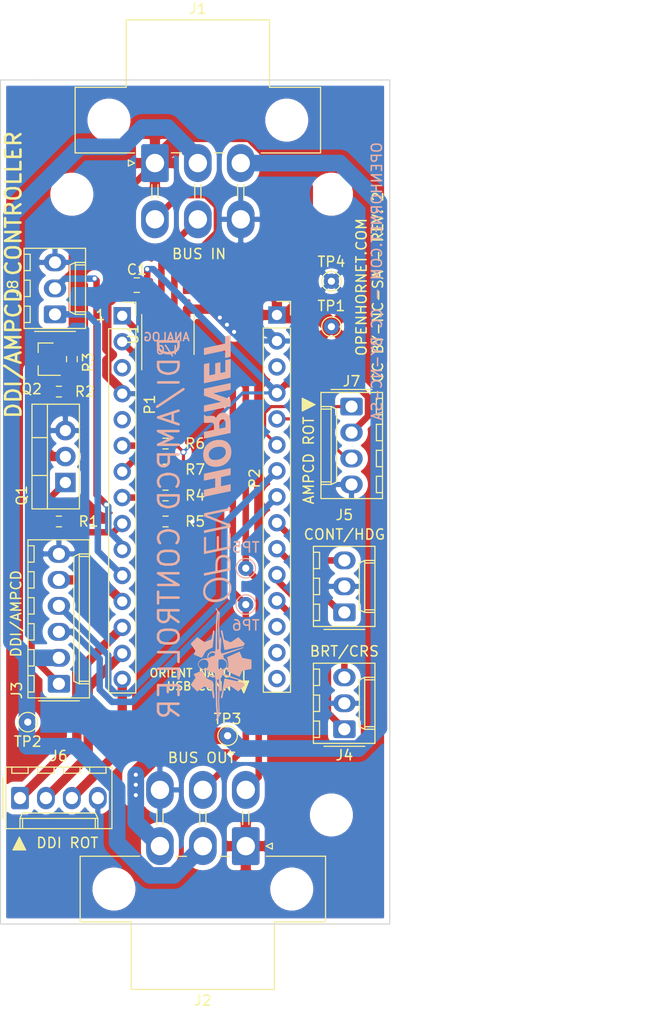
<source format=kicad_pcb>
(kicad_pcb (version 20171130) (host pcbnew "(5.1.10)-1")
  (title_block (title "DDI/AMPCD CONTROLLER") (date 2021-08-27) (rev 1) (company OPENHORNET) (comment 1 "CC BY-NC-SA"))
  (layers (0 F.Cu signal) (31 B.Cu signal) (34 B.Paste user) (35 F.Paste user) (36 B.SilkS user) (37 F.SilkS user) (38 B.Mask user) (39 F.Mask user) (44 Edge.Cuts user))
  (net 0 "")
  (net 1 "/1(Tx)")
  (net 2 "/0(Rx)")
  (net 3 GND)
  (net 4 /2)
  (net 5 "/3(**)")
  (net 6 /4)
  (net 7 "/5(**)")
  (net 8 "/6(**)")
  (net 9 /7)
  (net 10 /8)
  (net 11 "/9(**)")
  (net 12 "/10(**/SS)")
  (net 13 +5V)
  (net 14 /A7)
  (net 15 /A6)
  (net 16 /A5)
  (net 17 /A4)
  (net 18 /A3)
  (net 19 /A2)
  (net 20 /A1)
  (net 21 /A0)
  (net 22 /AREF)
  (net 23 "/13(SCK)")
  (net 24 +3V3)
  (net 25 "/11(**/MOSI)")
  (net 26 "/12(MISO)")
  (net 27 /+12V_SUPPLY)
  (net 28 /+5V_SUPPLY)
  (net 29 /+3.3V_SUPPLY)
  (net 30 /BUS-A)
  (net 31 /BUS-B)
  (net 32 "Net-(P1-Pad3)")
  (net 33 "Net-(P2-Pad3)")
  (net 34 /+12V_PWM)
  (net 35 "Net-(Q1-Pad1)")
  (net 36 "Net-(Q2-Pad1)")
  (net 37 "Net-(Q1-Pad2)")
  (module Connector_Molex:Molex_KK-254_AE-6410-03A_1x03_P2.54mm_Vertical (layer F.Cu) (at 132.969 71.1835 90)
    (fp_text reference J8 (at 2.54 -4.12 90) (layer F.SilkS))
    (fp_text value "EWI SW")
    (pad 3 thru_hole oval (at 5.08 0 90) (size 1.74 2.19) (drill 1.19) (layers *.Cu *.Mask) (net 3 GND))
    (pad 2 thru_hole oval (at 2.54 0 90) (size 1.74 2.19) (drill 1.19) (layers *.Cu *.Mask) (net 9 /7))
    (pad 1 thru_hole roundrect (at 0 0 90) (size 1.74 2.19) (drill 1.19) (layers *.Cu *.Mask) (roundrect_rratio 0.1436775862068966) (net 10 /8))
  )
  (module Connector_Molex:Molex_KK-254_AE-6410-04A_1x04_P2.54mm_Vertical (layer F.Cu) (at 161.9885 80.2005 270)
    (fp_text reference J7 (at -2.4765 0 180) (layer F.SilkS))
    (fp_text value "AMPCD ROT")
    (pad 4 thru_hole oval (at 7.62 0 270) (size 1.74 2.19) (drill 1.19) (layers *.Cu *.Mask) (net 3 GND))
    (pad 3 thru_hole oval (at 5.08 0 270) (size 1.74 2.19) (drill 1.19) (layers *.Cu *.Mask) (net 14 /A7))
    (pad 2 thru_hole oval (at 2.54 0 270) (size 1.74 2.19) (drill 1.19) (layers *.Cu *.Mask) (net 13 +5V))
    (pad 1 thru_hole roundrect (at 0 0 270) (size 1.74 2.19) (drill 1.19) (layers *.Cu *.Mask) (roundrect_rratio 0.1436775862068966) (net 15 /A6))
  )
  (module Connector_Molex:Molex_KK-254_AE-6410-04A_1x04_P2.54mm_Vertical (layer F.Cu) (at 129.54 118.491)
    (fp_text reference J6 (at 3.81 -4.12) (layer F.SilkS))
    (fp_text value "DDI ROT")
    (pad 4 thru_hole oval (at 7.62 0) (size 1.74 2.19) (drill 1.19) (layers *.Cu *.Mask) (net 3 GND))
    (pad 3 thru_hole oval (at 5.08 0) (size 1.74 2.19) (drill 1.19) (layers *.Cu *.Mask) (net 26 "/12(MISO)"))
    (pad 2 thru_hole oval (at 2.54 0) (size 1.74 2.19) (drill 1.19) (layers *.Cu *.Mask) (net 25 "/11(**/MOSI)"))
    (pad 1 thru_hole roundrect (at 0 0) (size 1.74 2.19) (drill 1.19) (layers *.Cu *.Mask) (roundrect_rratio 0.1436775862068966) (net 12 "/10(**/SS)"))
  )
  (module Package_TO_SOT_THT:TO-220-3_Vertical (layer F.Cu) (at 133.985 87.63 90)
    (fp_text reference Q1 (at -1.27 -4.27 90) (layer F.SilkS))
    (fp_text value IRFB3206PBF)
    (pad 3 thru_hole oval (at 5.08 0 90) (size 1.905 2) (drill 1.1) (layers *.Cu *.Mask) (net 3 GND))
    (pad 2 thru_hole oval (at 2.54 0 90) (size 1.905 2) (drill 1.1) (layers *.Cu *.Mask) (net 37 "Net-(Q1-Pad2)"))
    (pad 1 thru_hole rect (at 0 0 90) (size 1.905 2) (drill 1.1) (layers *.Cu *.Mask) (net 35 "Net-(Q1-Pad1)"))
  )
  (module Resistor_SMD:R_0603_1608Metric_Pad0.98x0.95mm_HandSolder (layer F.Cu) (at 143.7875 91.44 180)
    (fp_text reference R5 (at -2.8975 0) (layer F.SilkS))
    (fp_text value 10K)
    (pad 2 smd roundrect (at 0.9125 0 180) (size 0.975 0.95) (layers F.Cu F.Paste F.Mask) (net 7 "/5(**)"))
    (pad 1 smd roundrect (at -0.9125 0 180) (size 0.975 0.95) (layers F.Cu F.Paste F.Mask) (net 3 GND))
  )
  (module Resistor_SMD:R_0603_1608Metric_Pad0.98x0.95mm_HandSolder (layer F.Cu) (at 134.62 75.565 90)
    (fp_text reference R3 (at -0.3175 1.5875 90) (layer F.SilkS))
    (fp_text value 10K)
    (pad 2 smd roundrect (at 0.9125 0 90) (size 0.975 0.95) (layers F.Cu F.Paste F.Mask) (net 27 /+12V_SUPPLY))
    (pad 1 smd roundrect (at -0.9125 0 90) (size 0.975 0.95) (layers F.Cu F.Paste F.Mask) (net 36 "Net-(Q2-Pad1)"))
  )
  (module Resistor_SMD:R_0603_1608Metric_Pad0.98x0.95mm_HandSolder (layer F.Cu) (at 133.35 78.74)
    (fp_text reference R2 (at 2.54 0) (layer F.SilkS))
    (fp_text value 10K)
    (pad 2 smd roundrect (at 0.9125 0) (size 0.975 0.95) (layers F.Cu F.Paste F.Mask) (net 37 "Net-(Q1-Pad2)"))
    (pad 1 smd roundrect (at -0.9125 0) (size 0.975 0.95) (layers F.Cu F.Paste F.Mask) (net 36 "Net-(Q2-Pad1)"))
  )
  (module Resistor_SMD:R_0603_1608Metric_Pad0.98x0.95mm_HandSolder (layer F.Cu) (at 133.35 91.44 180)
    (fp_text reference R1 (at -2.8975 0) (layer F.SilkS))
    (fp_text value 10K)
    (pad 2 smd roundrect (at 0.9125 0 180) (size 0.975 0.95) (layers F.Cu F.Paste F.Mask) (net 35 "Net-(Q1-Pad1)"))
    (pad 1 smd roundrect (at -0.9125 0 180) (size 0.975 0.95) (layers F.Cu F.Paste F.Mask) (net 8 "/6(**)"))
  )
  (module Package_TO_SOT_SMD:SOT-23 (layer F.Cu) (at 132.08 75.565 180)
    (fp_text reference Q2 (at 1.397 -2.921) (layer F.SilkS))
    (fp_text value IRLML6402TRPBF)
    (pad 3 smd rect (at 1 0 180) (size 0.9 0.8) (layers F.Cu F.Paste F.Mask) (net 34 /+12V_PWM))
    (pad 2 smd rect (at -1 0.95 180) (size 0.9 0.8) (layers F.Cu F.Paste F.Mask) (net 27 /+12V_SUPPLY))
    (pad 1 smd rect (at -1 -0.95 180) (size 0.9 0.8) (layers F.Cu F.Paste F.Mask) (net 36 "Net-(Q2-Pad1)"))
  )
  (module Resistor_SMD:R_0603_1608Metric_Pad0.98x0.95mm_HandSolder (layer F.Cu) (at 143.7875 86.36 180)
    (fp_text reference R7 (at -2.8975 0) (layer F.SilkS))
    (fp_text value 10K)
    (pad 2 smd roundrect (at 0.9125 0 180) (size 0.975 0.95) (layers F.Cu F.Paste F.Mask) (net 6 /4))
    (pad 1 smd roundrect (at -0.9125 0 180) (size 0.975 0.95) (layers F.Cu F.Paste F.Mask) (net 3 GND))
  )
  (module Resistor_SMD:R_0603_1608Metric_Pad0.98x0.95mm_HandSolder (layer F.Cu) (at 143.7875 83.82)
    (fp_text reference R6 (at 2.8975 0) (layer F.SilkS))
    (fp_text value 10K)
    (pad 2 smd roundrect (at 0.9125 0) (size 0.975 0.95) (layers F.Cu F.Paste F.Mask) (net 13 +5V))
    (pad 1 smd roundrect (at -0.9125 0) (size 0.975 0.95) (layers F.Cu F.Paste F.Mask) (net 6 /4))
  )
  (module Resistor_SMD:R_0603_1608Metric_Pad0.98x0.95mm_HandSolder (layer F.Cu) (at 143.7875 88.9)
    (fp_text reference R4 (at 2.8975 0) (layer F.SilkS))
    (fp_text value 10K)
    (pad 2 smd roundrect (at 0.9125 0) (size 0.975 0.95) (layers F.Cu F.Paste F.Mask) (net 13 +5V))
    (pad 1 smd roundrect (at -0.9125 0) (size 0.975 0.95) (layers F.Cu F.Paste F.Mask) (net 7 "/5(**)"))
  )
  (module Connector_Molex:Molex_KK-254_AE-6410-03A_1x03_P2.54mm_Vertical (layer F.Cu) (at 161.29 100.33 90)
    (fp_text reference J5 (at 9.525 0 180) (layer F.SilkS))
    (fp_text value CONT/HDG)
    (pad 3 thru_hole oval (at 5.08 0 90) (size 1.74 2.19) (drill 1.19) (layers *.Cu *.Mask) (net 18 /A3))
    (pad 2 thru_hole oval (at 2.54 0 90) (size 1.74 2.19) (drill 1.19) (layers *.Cu *.Mask) (net 3 GND))
    (pad 1 thru_hole roundrect (at 0 0 90) (size 1.74 2.19) (drill 1.19) (layers *.Cu *.Mask) (roundrect_rratio 0.1436775862068966) (net 19 /A2))
  )
  (module Connector_Molex:Molex_KK-254_AE-6410-03A_1x03_P2.54mm_Vertical (layer F.Cu) (at 161.29 111.76 90)
    (fp_text reference J4 (at -2.54 0 180) (layer F.SilkS))
    (fp_text value BRT/CRS)
    (pad 3 thru_hole oval (at 5.08 0 90) (size 1.74 2.19) (drill 1.19) (layers *.Cu *.Mask) (net 20 /A1))
    (pad 2 thru_hole oval (at 2.54 0 90) (size 1.74 2.19) (drill 1.19) (layers *.Cu *.Mask) (net 3 GND))
    (pad 1 thru_hole roundrect (at 0 0 90) (size 1.74 2.19) (drill 1.19) (layers *.Cu *.Mask) (roundrect_rratio 0.1436775862068966) (net 21 /A0))
  )
  (module Connector_Molex:Molex_KK-254_AE-6410-06A_1x06_P2.54mm_Vertical (layer F.Cu) (at 133.35 107.315 90)
    (fp_text reference J3 (at -0.635 -4.12 90) (layer F.SilkS))
    (fp_text value Conn_01x06)
    (pad 6 thru_hole oval (at 12.7 0 90) (size 1.74 2.19) (drill 1.19) (layers *.Cu *.Mask) (net 3 GND))
    (pad 5 thru_hole oval (at 10.16 0 90) (size 1.74 2.19) (drill 1.19) (layers *.Cu *.Mask) (net 11 "/9(**)"))
    (pad 4 thru_hole oval (at 7.62 0 90) (size 1.74 2.19) (drill 1.19) (layers *.Cu *.Mask) (net 16 /A5))
    (pad 3 thru_hole oval (at 5.08 0 90) (size 1.74 2.19) (drill 1.19) (layers *.Cu *.Mask) (net 17 /A4))
    (pad 2 thru_hole oval (at 2.54 0 90) (size 1.74 2.19) (drill 1.19) (layers *.Cu *.Mask) (net 28 /+5V_SUPPLY))
    (pad 1 thru_hole roundrect (at 0 0 90) (size 1.74 2.19) (drill 1.19) (layers *.Cu *.Mask) (roundrect_rratio 0.1436775862068966) (net 34 /+12V_PWM))
  )
  (module KiCAD_Libraries:OH_LOGO_37.7mm_5.9mm (layer B.Cu) (at 149.225 92.075 90)
    (fp_text reference G*** hide)
    (fp_text value LOGO hide)
  )
  (module Connector_PinSocket_2.54mm:PinSocket_1x15_P2.54mm_Vertical (layer F.Cu) (at 139.5476 71.3232)
    (fp_text reference P1 (at 2.6924 8.6868 270) (layer F.SilkS))
    (fp_text value Digital)
    (pad 15 thru_hole oval (at 0 35.56) (size 1.7 1.7) (drill 1) (layers *.Cu *.Mask) (net 26 "/12(MISO)"))
    (pad 14 thru_hole oval (at 0 33.02) (size 1.7 1.7) (drill 1) (layers *.Cu *.Mask) (net 25 "/11(**/MOSI)"))
    (pad 13 thru_hole oval (at 0 30.48) (size 1.7 1.7) (drill 1) (layers *.Cu *.Mask) (net 12 "/10(**/SS)"))
    (pad 12 thru_hole oval (at 0 27.94) (size 1.7 1.7) (drill 1) (layers *.Cu *.Mask) (net 11 "/9(**)"))
    (pad 11 thru_hole oval (at 0 25.4) (size 1.7 1.7) (drill 1) (layers *.Cu *.Mask) (net 10 /8))
    (pad 10 thru_hole oval (at 0 22.86) (size 1.7 1.7) (drill 1) (layers *.Cu *.Mask) (net 9 /7))
    (pad 9 thru_hole oval (at 0 20.32) (size 1.7 1.7) (drill 1) (layers *.Cu *.Mask) (net 8 "/6(**)"))
    (pad 8 thru_hole oval (at 0 17.78) (size 1.7 1.7) (drill 1) (layers *.Cu *.Mask) (net 7 "/5(**)"))
    (pad 7 thru_hole oval (at 0 15.24) (size 1.7 1.7) (drill 1) (layers *.Cu *.Mask) (net 6 /4))
    (pad 6 thru_hole oval (at 0 12.7) (size 1.7 1.7) (drill 1) (layers *.Cu *.Mask) (net 5 "/3(**)"))
    (pad 5 thru_hole oval (at 0 10.16) (size 1.7 1.7) (drill 1) (layers *.Cu *.Mask) (net 4 /2))
    (pad 4 thru_hole oval (at 0 7.62) (size 1.7 1.7) (drill 1) (layers *.Cu *.Mask) (net 3 GND))
    (pad 3 thru_hole oval (at 0 5.08) (size 1.7 1.7) (drill 1) (layers *.Cu *.Mask) (net 32 "Net-(P1-Pad3)"))
    (pad 2 thru_hole oval (at 0 2.54) (size 1.7 1.7) (drill 1) (layers *.Cu *.Mask) (net 2 "/0(Rx)"))
    (pad 1 thru_hole rect (at 0 0) (size 1.7 1.7) (drill 1) (layers *.Cu *.Mask) (net 1 "/1(Tx)"))
  )
  (module Connector_PinSocket_2.54mm:PinSocket_1x15_P2.54mm_Vertical (layer F.Cu) (at 154.686 71.247)
    (fp_text reference P2 (at -2.1844 15.9766 270) (layer F.SilkS))
    (fp_text value Analog)
    (pad 15 thru_hole oval (at 0 35.56) (size 1.7 1.7) (drill 1) (layers *.Cu *.Mask) (net 23 "/13(SCK)"))
    (pad 14 thru_hole oval (at 0 33.02) (size 1.7 1.7) (drill 1) (layers *.Cu *.Mask) (net 24 +3V3))
    (pad 13 thru_hole oval (at 0 30.48) (size 1.7 1.7) (drill 1) (layers *.Cu *.Mask) (net 22 /AREF))
    (pad 12 thru_hole oval (at 0 27.94) (size 1.7 1.7) (drill 1) (layers *.Cu *.Mask) (net 21 /A0))
    (pad 11 thru_hole oval (at 0 25.4) (size 1.7 1.7) (drill 1) (layers *.Cu *.Mask) (net 20 /A1))
    (pad 10 thru_hole oval (at 0 22.86) (size 1.7 1.7) (drill 1) (layers *.Cu *.Mask) (net 19 /A2))
    (pad 9 thru_hole oval (at 0 20.32) (size 1.7 1.7) (drill 1) (layers *.Cu *.Mask) (net 18 /A3))
    (pad 8 thru_hole oval (at 0 17.78) (size 1.7 1.7) (drill 1) (layers *.Cu *.Mask) (net 17 /A4))
    (pad 7 thru_hole oval (at 0 15.24) (size 1.7 1.7) (drill 1) (layers *.Cu *.Mask) (net 16 /A5))
    (pad 6 thru_hole oval (at 0 12.7) (size 1.7 1.7) (drill 1) (layers *.Cu *.Mask) (net 15 /A6))
    (pad 5 thru_hole oval (at 0 10.16) (size 1.7 1.7) (drill 1) (layers *.Cu *.Mask) (net 14 /A7))
    (pad 4 thru_hole oval (at 0 7.62) (size 1.7 1.7) (drill 1) (layers *.Cu *.Mask) (net 13 +5V))
    (pad 3 thru_hole oval (at 0 5.08) (size 1.7 1.7) (drill 1) (layers *.Cu *.Mask) (net 33 "Net-(P2-Pad3)"))
    (pad 2 thru_hole oval (at 0 2.54) (size 1.7 1.7) (drill 1) (layers *.Cu *.Mask) (net 3 GND))
    (pad 1 thru_hole rect (at 0 0) (size 1.7 1.7) (drill 1) (layers *.Cu *.Mask) (net 27 /+12V_SUPPLY))
  )
  (module MountingHole:MountingHole_3.2mm_M3 (layer F.Cu) (at 160.02 120.142)
    (fp_text reference H4 hide)
    (fp_text value MountingHole_3.2mm_M3)
    (pad 1 np_thru_hole circle (at 0 0) (size 3.2 3.2) (drill 3.2) (layers *.Cu *.Mask))
  )
  (module MountingHole:MountingHole_3.2mm_M3 (layer F.Cu) (at 134.62 59.436)
    (fp_text reference H1 hide)
    (fp_text value MountingHole_3.2mm_M3)
    (pad 1 np_thru_hole circle (at 0 0) (size 3.2 3.2) (drill 3.2) (layers *.Cu *.Mask))
  )
  (module MountingHole:MountingHole_3.2mm_M3 (layer F.Cu) (at 160.02 59.436)
    (fp_text reference H2 hide)
    (fp_text value MountingHole_3.2mm_M3)
    (pad 1 np_thru_hole circle (at 0 0) (size 3.2 3.2) (drill 3.2) (layers *.Cu *.Mask))
  )
  (module Capacitor_SMD:C_0805_2012Metric_Pad1.15x1.40mm_HandSolder (layer F.Cu) (at 140.97 68.326 180)
    (fp_text reference C1 (at 0 1.524) (layer F.SilkS))
    (fp_text value 0.1uF)
    (pad 1 smd roundrect (at -1.025 0 180) (size 1.15 1.4) (layers F.Cu F.Paste F.Mask) (roundrect_rratio 0.2173904347826087) (net 13 +5V))
    (pad 2 smd roundrect (at 1.025 0 180) (size 1.15 1.4) (layers F.Cu F.Paste F.Mask) (roundrect_rratio 0.2173904347826087) (net 3 GND))
  )
  (module TestPoint:TestPoint_THTPad_D1.5mm_Drill0.7mm (layer F.Cu) (at 160.02 72.39)
    (fp_text reference TP1 (at 0 -2.032 180) (layer F.SilkS))
    (fp_text value TP-12)
    (pad 1 thru_hole circle (at 0 0) (size 1.5 1.5) (drill 0.7) (layers *.Cu *.Mask) (net 27 /+12V_SUPPLY))
  )
  (module TestPoint:TestPoint_THTPad_D1.5mm_Drill0.7mm (layer F.Cu) (at 130.302 111.0615)
    (fp_text reference TP2 (at 0 1.905 180) (layer F.SilkS))
    (fp_text value TP-5V)
    (pad 1 thru_hole circle (at 0 0) (size 1.5 1.5) (drill 0.7) (layers *.Cu *.Mask) (net 28 /+5V_SUPPLY))
  )
  (module TestPoint:TestPoint_THTPad_D1.5mm_Drill0.7mm (layer F.Cu) (at 149.86 112.395)
    (fp_text reference TP3 (at 0 -1.648) (layer F.SilkS))
    (fp_text value TP-3.3V)
    (pad 1 thru_hole circle (at 0 0) (size 1.5 1.5) (drill 0.7) (layers *.Cu *.Mask) (net 29 /+3.3V_SUPPLY))
  )
  (module TestPoint:TestPoint_THTPad_D1.5mm_Drill0.7mm (layer F.Cu) (at 160.02 67.945)
    (fp_text reference TP4 (at 0 -1.905) (layer F.SilkS))
    (fp_text value TP-GND)
    (pad 1 thru_hole circle (at 0 0) (size 1.5 1.5) (drill 0.7) (layers *.Cu *.Mask) (net 3 GND))
  )
  (module TestPoint:TestPoint_THTPad_D1.5mm_Drill0.7mm (layer B.Cu) (at 151.638 96.012)
    (fp_text reference TP5 (at 0 -2.032) (layer B.SilkS) (effects (justify mirror)))
    (fp_text value TP-A)
    (pad 1 thru_hole circle (at 0 0) (size 1.5 1.5) (drill 0.7) (layers *.Cu *.Mask) (net 30 /BUS-A))
  )
  (module TestPoint:TestPoint_THTPad_D1.5mm_Drill0.7mm (layer B.Cu) (at 151.638 99.568)
    (fp_text reference TP6 (at 0 2.032) (layer B.SilkS) (effects (justify mirror)))
    (fp_text value TP-B)
    (pad 1 thru_hole circle (at 0 0) (size 1.5 1.5) (drill 0.7) (layers *.Cu *.Mask) (net 31 /BUS-B))
  )
  (module Package_SO:SOIC-8_3.9x4.9mm_P1.27mm (layer F.Cu) (at 144.018 73.152 90)
    (fp_text reference U1 (at 0 -3.4 90) (layer F.SilkS))
    (fp_text value MAX487EESA+T)
    (pad 1 smd roundrect (at -2.475 -1.905 90) (size 1.95 0.6) (layers F.Cu F.Paste F.Mask) (net 2 "/0(Rx)"))
    (pad 2 smd roundrect (at -2.475 -0.635 90) (size 1.95 0.6) (layers F.Cu F.Paste F.Mask) (net 5 "/3(**)"))
    (pad 3 smd roundrect (at -2.475 0.635 90) (size 1.95 0.6) (layers F.Cu F.Paste F.Mask) (net 5 "/3(**)"))
    (pad 4 smd roundrect (at -2.475 1.905 90) (size 1.95 0.6) (layers F.Cu F.Paste F.Mask) (net 1 "/1(Tx)"))
    (pad 5 smd roundrect (at 2.475 1.905 90) (size 1.95 0.6) (layers F.Cu F.Paste F.Mask) (net 3 GND))
    (pad 6 smd roundrect (at 2.475 0.635 90) (size 1.95 0.6) (layers F.Cu F.Paste F.Mask) (net 30 /BUS-A))
    (pad 7 smd roundrect (at 2.475 -0.635 90) (size 1.95 0.6) (layers F.Cu F.Paste F.Mask) (net 31 /BUS-B))
    (pad 8 smd roundrect (at 2.475 -1.905 90) (size 1.95 0.6) (layers F.Cu F.Paste F.Mask) (net 13 +5V))
  )
  (module Connector_Molex:Molex_Mini-Fit_Jr_5569-06A1_2x03_P4.20mm_Horizontal (layer F.Cu) (at 142.748 56.388)
    (fp_text reference J1 (at 4.2 -15.1) (layer F.SilkS))
    (fp_text value "BUS IN")
    (pad 1 thru_hole roundrect (at 0 0) (size 2.7 3.7) (drill 1.8) (layers *.Cu *.Mask) (roundrect_rratio 0.09259296296296296) (net 27 /+12V_SUPPLY))
    (pad 2 thru_hole oval (at 4.2 0) (size 2.7 3.7) (drill 1.8) (layers *.Cu *.Mask) (net 28 /+5V_SUPPLY))
    (pad 3 thru_hole oval (at 8.4 0) (size 2.7 3.7) (drill 1.8) (layers *.Cu *.Mask) (net 29 /+3.3V_SUPPLY))
    (pad 4 thru_hole oval (at 0 5.5) (size 2.7 3.7) (drill 1.8) (layers *.Cu *.Mask) (net 30 /BUS-A))
    (pad 5 thru_hole oval (at 4.2 5.5) (size 2.7 3.7) (drill 1.8) (layers *.Cu *.Mask) (net 31 /BUS-B))
    (pad 6 thru_hole oval (at 8.4 5.5) (size 2.7 3.7) (drill 1.8) (layers *.Cu *.Mask) (net 3 GND))
    (pad "" np_thru_hole circle (at -4.5 -4.2) (size 3.2 3.2) (drill 3.2) (layers *.Cu *.Mask))
    (pad "" np_thru_hole circle (at 12.9 -4.2) (size 3.2 3.2) (drill 3.2) (layers *.Cu *.Mask))
  )
  (module Connector_Molex:Molex_Mini-Fit_Jr_5569-06A1_2x03_P4.20mm_Horizontal (layer F.Cu) (at 151.638 123.19 180)
    (fp_text reference J2 (at 4.2 -15.1) (layer F.SilkS))
    (fp_text value "BUS OUT")
    (pad 1 thru_hole roundrect (at 0 0 180) (size 2.7 3.7) (drill 1.8) (layers *.Cu *.Mask) (roundrect_rratio 0.09259296296296296) (net 27 /+12V_SUPPLY))
    (pad 2 thru_hole oval (at 4.2 0 180) (size 2.7 3.7) (drill 1.8) (layers *.Cu *.Mask) (net 28 /+5V_SUPPLY))
    (pad 3 thru_hole oval (at 8.4 0 180) (size 2.7 3.7) (drill 1.8) (layers *.Cu *.Mask) (net 29 /+3.3V_SUPPLY))
    (pad 4 thru_hole oval (at 0 5.5 180) (size 2.7 3.7) (drill 1.8) (layers *.Cu *.Mask) (net 30 /BUS-A))
    (pad 5 thru_hole oval (at 4.2 5.5 180) (size 2.7 3.7) (drill 1.8) (layers *.Cu *.Mask) (net 31 /BUS-B))
    (pad 6 thru_hole oval (at 8.4 5.5 180) (size 2.7 3.7) (drill 1.8) (layers *.Cu *.Mask) (net 3 GND))
    (pad "" np_thru_hole circle (at -4.5 -4.2 180) (size 3.2 3.2) (drill 3.2) (layers *.Cu *.Mask))
    (pad "" np_thru_hole circle (at 12.9 -4.2 180) (size 3.2 3.2) (drill 3.2) (layers *.Cu *.Mask))
  )
  (gr_text DDI/AMPCD (at 129.159 100.457 90) (layer F.SilkS) (effects (font (size 1 1))))
  (gr_text "DDI ROT" (at 134.1755 122.8725) (layer F.SilkS) (effects (font (size 1 1))))
  (gr_poly (pts (xy 130.1115 123.571) (xy 128.8415 123.571) (xy 129.4765 122.301)) (layer F.SilkS) (width 0.1))
  (gr_text "AMPCD ROT" (at 157.7975 85.471 90) (layer F.SilkS) (effects (font (size 1 1))))
  (gr_poly (pts (xy 158.4325 80.01) (xy 157.1625 80.645) (xy 157.1625 79.375)) (layer F.SilkS) (width 0.1))
  (gr_text CONT/HDG (at 161.29 92.71) (layer F.SilkS) (effects (font (size 1 1))))
  (gr_text BRT/CRS (at 161.29 104.14) (layer F.SilkS) (effects (font (size 1 1))))
  (gr_line (start 165.735 48.26) (end 163.83 48.26) (layer Edge.Cuts) (width 0.1))
  (gr_line (start 165.735 130.81) (end 165.735 48.26) (layer Edge.Cuts) (width 0.1))
  (gr_line (start 163.83 130.81) (end 165.735 130.81) (layer Edge.Cuts) (width 0.1))
  (gr_line (start 127.635 48.26) (end 130.81 48.26) (layer Edge.Cuts) (width 0.1))
  (gr_line (start 127.635 130.81) (end 127.635 48.26) (layer Edge.Cuts) (width 0.1))
  (gr_line (start 128.905 130.81) (end 127.635 130.81) (layer Edge.Cuts) (width 0.1))
  (gr_line (start 130.81 130.81) (end 128.905 130.81) (layer Edge.Cuts) (width 0.1))
  (gr_line (start 163.83 48.26) (end 130.81 48.26) (layer Edge.Cuts) (width 0.1))
  (gr_line (start 130.81 130.81) (end 163.83 130.81) (layer Edge.Cuts) (width 0.1))
  (gr_text "BUS OUT" (at 147.32 114.554) (layer F.SilkS) (effects (font (size 1 1))))
  (gr_text "BUS IN" (at 147.066 65.278) (layer F.SilkS) (effects (font (size 1 1))))
  (gr_poly (pts (xy 151.0411 107.1118) (xy 151.8031 107.1118) (xy 151.4475 107.9754) (xy 151.4475 107.9246)) (layer F.SilkS) (width 0.1))
  (gr_line (start 150.9395 107.061) (end 151.4475 108.1786) (layer F.SilkS) (width 0.15))
  (gr_line (start 151.9047 107.061) (end 150.9395 107.061) (layer F.SilkS) (width 0.15))
  (gr_line (start 151.4475 108.1786) (end 151.9047 107.061) (layer F.SilkS) (width 0.15))
  (gr_line (start 151.4475 105.4354) (end 151.4475 108.1786) (layer F.SilkS) (width 0.15))
  (gr_text "ORIENT NANO\nUSB CONN" (at 150.3299 106.9086) (layer F.SilkS) (effects (font (size 0.8 0.8)) (justify right)))
  (gr_text "OPENHORNET.COM - CC BY-NC-SA" (at 164.465 67.945 90) (layer B.SilkS) (effects (font (size 1 1)) (justify mirror)))
  (gr_text "DDI/AMPCD CONTROLLER" (at 144.145 92.075 90) (layer B.SilkS) (effects (font (size 2 2) (thickness 0.25)) (justify mirror)))
  (gr_text "OPENHORNET.COM\nCC BY-NC-SA - REV: 2" (at 163.7665 68.5165 90) (layer F.SilkS) (effects (font (size 1 1))))
  (gr_text "DDI/AMPCD CONTROLLER" (at 128.905 67.31 90) (layer F.SilkS) (effects (font (size 1.5 1.5) (thickness 0.25))))
  (gr_text "ANALOG\nI/O" (at 143.891 74.041) (layer B.SilkS) (effects (font (size 0.8 0.8)) (justify mirror)))
  (gr_text 1 (at 137.414 71.247) (layer F.SilkS) (effects (font (size 1 1))))
  (segment (start 145.923 74.95777) (end 144.63525 73.67002) (width 0.635) (layer F.Cu) (net 1))
  (segment (start 144.63525 73.67002) (end 141.89442 73.67002) (width 0.635) (layer F.Cu) (net 1))
  (segment (start 145.923 75.627) (end 145.923 74.95777) (width 0.635) (layer F.Cu) (net 1))
  (segment (start 141.89442 73.67002) (end 139.5476 71.3232) (width 0.635) (layer F.Cu) (net 1))
  (segment (start 141.3114 75.627) (end 139.5476 73.8632) (width 0.635) (layer F.Cu) (net 2))
  (segment (start 142.113 75.627) (end 141.3114 75.627) (width 0.635) (layer F.Cu) (net 2))
  (segment (start 143.86009 87.19991) (end 143.86009 90.60009) (width 0.3048) (layer F.Cu) (net 3))
  (segment (start 143.86009 90.60009) (end 144.7 91.44) (width 0.3048) (layer F.Cu) (net 3))
  (segment (start 144.7 86.36) (end 143.86009 87.19991) (width 0.3048) (layer F.Cu) (net 3))
  (segment (start 145.923 70.677) (end 148.274 70.677) (width 0.9144) (layer F.Cu) (net 3))
  (via (at 150.495 72.898) (size 0.6) (drill 0.4) (layers F.Cu B.Cu) (net 3))
  (segment (start 148.274 70.677) (end 150.495 72.898) (width 0.9144) (layer F.Cu) (net 3))
  (segment (start 153.797 72.898) (end 154.686 73.787) (width 0.9144) (layer B.Cu) (net 3))
  (segment (start 150.495 72.898) (end 153.797 72.898) (width 0.9144) (layer B.Cu) (net 3))
  (segment (start 150.495 72.898) (end 149.7965 72.1995) (width 0.9144) (layer B.Cu) (net 3))
  (segment (start 149.098 71.501) (end 149.098 71.501) (width 0.9144) (layer B.Cu) (net 3))
  (via (at 149.098 71.501) (size 0.6) (drill 0.4) (layers F.Cu B.Cu) (net 3))
  (segment (start 149.7965 72.1995) (end 149.098 71.501) (width 0.9144) (layer B.Cu) (net 3))
  (via (at 149.7965 72.1995) (size 0.6) (drill 0.4) (layers F.Cu B.Cu) (net 3))
  (via (at 146.431 91.44) (size 0.6) (drill 0.4) (layers F.Cu B.Cu) (net 3))
  (segment (start 144.7 91.44) (end 146.431 91.44) (width 0.9144) (layer F.Cu) (net 3))
  (segment (start 138.171839 69.815999) (end 138.040399 69.947439) (width 0.9144) (layer F.Cu) (net 3))
  (segment (start 138.040399 77.126657) (end 139.5476 78.633858) (width 0.9144) (layer F.Cu) (net 3))
  (segment (start 138.040399 69.947439) (end 138.040399 74.586657) (width 0.9144) (layer F.Cu) (net 3))
  (segment (start 139.5476 78.633858) (end 139.5476 78.9432) (width 0.9144) (layer F.Cu) (net 3))
  (segment (start 139.945 68.326) (end 138.455001 69.815999) (width 0.9144) (layer F.Cu) (net 3))
  (segment (start 138.455001 69.815999) (end 138.171839 69.815999) (width 0.9144) (layer F.Cu) (net 3))
  (segment (start 138.040399 74.586657) (end 138.586942 75.1332) (width 0.9144) (layer F.Cu) (net 3))
  (segment (start 138.586942 75.1332) (end 138.040399 75.679743) (width 0.9144) (layer F.Cu) (net 3))
  (segment (start 138.040399 75.679743) (end 138.040399 77.126657) (width 0.9144) (layer F.Cu) (net 3))
  (segment (start 143.383 75.627) (end 144.653 75.627) (width 0.635) (layer F.Cu) (net 5))
  (segment (start 141.116554 84.0232) (end 139.5476 84.0232) (width 0.635) (layer F.Cu) (net 5))
  (segment (start 143.383 81.756754) (end 141.116554 84.0232) (width 0.635) (layer F.Cu) (net 5))
  (segment (start 143.383 75.627) (end 143.383 81.756754) (width 0.635) (layer F.Cu) (net 5))
  (segment (start 139.5476 86.5632) (end 141.0208 85.09) (width 0.635) (layer F.Cu) (net 6))
  (segment (start 141.0208 85.09) (end 142.875 85.09) (width 0.635) (layer F.Cu) (net 6))
  (segment (start 142.875 85.09) (end 142.875 83.82) (width 0.635) (layer F.Cu) (net 6))
  (segment (start 142.875 85.09) (end 142.875 86.36) (width 0.635) (layer F.Cu) (net 6))
  (segment (start 139.5476 89.1032) (end 141.1732 89.1032) (width 0.635) (layer F.Cu) (net 7))
  (segment (start 141.1732 89.1032) (end 142.24 90.17) (width 0.635) (layer F.Cu) (net 7))
  (segment (start 142.24 90.17) (end 142.875 90.17) (width 0.635) (layer F.Cu) (net 7))
  (segment (start 142.875 90.17) (end 142.875 88.9) (width 0.635) (layer F.Cu) (net 7))
  (segment (start 142.875 90.17) (end 142.875 91.44) (width 0.635) (layer F.Cu) (net 7))
  (segment (start 138.697601 92.493199) (end 135.315699 92.493199) (width 0.635) (layer F.Cu) (net 8))
  (segment (start 139.5476 91.6432) (end 138.697601 92.493199) (width 0.635) (layer F.Cu) (net 8))
  (segment (start 135.315699 92.493199) (end 134.2625 91.44) (width 0.635) (layer F.Cu) (net 8))
  (via (at 137.9855 89.789) (size 0.6) (drill 0.4) (layers F.Cu B.Cu) (net 9))
  (via (at 136.8425 67.691) (size 0.6) (drill 0.4) (layers F.Cu B.Cu) (net 9))
  (segment (start 133.9215 67.691) (end 132.969 68.6435) (width 0.635) (layer B.Cu) (net 9))
  (segment (start 136.8425 67.691) (end 133.9215 67.691) (width 0.635) (layer B.Cu) (net 9))
  (segment (start 138.180099 89.983599) (end 137.9855 89.789) (width 0.635) (layer B.Cu) (net 9))
  (segment (start 138.180099 92.299601) (end 138.180099 89.983599) (width 0.635) (layer B.Cu) (net 9))
  (segment (start 139.5476 93.667102) (end 138.180099 92.299601) (width 0.635) (layer B.Cu) (net 9))
  (segment (start 139.5476 94.1832) (end 139.5476 93.667102) (width 0.635) (layer B.Cu) (net 9))
  (segment (start 137.033 67.8815) (end 136.8425 67.691) (width 0.635) (layer F.Cu) (net 9))
  (segment (start 137.033 88.8365) (end 137.033 67.8815) (width 0.635) (layer F.Cu) (net 9))
  (segment (start 137.9855 89.789) (end 137.033 88.8365) (width 0.635) (layer F.Cu) (net 9))
  (segment (start 137.150491 72.189991) (end 136.144 71.1835) (width 0.635) (layer B.Cu) (net 10))
  (segment (start 137.150491 90.134873) (end 137.150491 72.189991) (width 0.635) (layer B.Cu) (net 10))
  (segment (start 137.16 90.144382) (end 137.150491 90.134873) (width 0.635) (layer B.Cu) (net 10))
  (segment (start 136.144 71.1835) (end 132.969 71.1835) (width 0.635) (layer B.Cu) (net 10))
  (segment (start 137.16 94.3356) (end 137.16 90.144382) (width 0.635) (layer B.Cu) (net 10))
  (segment (start 139.5476 96.7232) (end 137.16 94.3356) (width 0.635) (layer B.Cu) (net 10))
  (segment (start 137.4394 97.155) (end 139.5476 99.2632) (width 0.9144) (layer F.Cu) (net 11))
  (segment (start 133.35 97.155) (end 137.4394 97.155) (width 0.9144) (layer F.Cu) (net 11))
  (segment (start 135.10221 112.92879) (end 129.54 118.491) (width 0.9144) (layer F.Cu) (net 12))
  (segment (start 135.10221 106.24859) (end 135.10221 112.92879) (width 0.9144) (layer F.Cu) (net 12))
  (segment (start 139.5476 101.8032) (end 135.10221 106.24859) (width 0.9144) (layer F.Cu) (net 12))
  (segment (start 142.113 68.444) (end 141.995 68.326) (width 0.635) (layer F.Cu) (net 13))
  (segment (start 142.113 70.677) (end 142.113 68.444) (width 0.635) (layer F.Cu) (net 13))
  (segment (start 145.53991 88.06009) (end 144.7 88.9) (width 0.3048) (layer F.Cu) (net 13))
  (segment (start 145.53991 84.65991) (end 145.53991 88.06009) (width 0.3048) (layer F.Cu) (net 13))
  (segment (start 144.7 83.82) (end 145.53991 84.65991) (width 0.3048) (layer F.Cu) (net 13))
  (via (at 145.53991 84.65991) (size 0.6) (drill 0.4) (layers F.Cu B.Cu) (net 13))
  (segment (start 151.33282 78.867) (end 145.53991 84.65991) (width 0.3048) (layer B.Cu) (net 13))
  (segment (start 154.686 78.867) (end 151.33282 78.867) (width 0.3048) (layer B.Cu) (net 13))
  (via (at 141.99 66.76) (size 0.6) (drill 0.4) (layers F.Cu B.Cu) (net 13))
  (segment (start 142.579 66.76) (end 141.99 66.76) (width 0.635) (layer B.Cu) (net 13))
  (segment (start 154.686 78.867) (end 142.579 66.76) (width 0.635) (layer B.Cu) (net 13))
  (segment (start 141.99 68.321) (end 141.995 68.326) (width 0.635) (layer F.Cu) (net 13))
  (segment (start 141.99 66.76) (end 141.99 68.321) (width 0.635) (layer F.Cu) (net 13))
  (segment (start 154.686 78.867) (end 154.7495 78.867) (width 0.635) (layer B.Cu) (net 13))
  (segment (start 161.998926 82.7405) (end 161.9885 82.7405) (width 0.635) (layer F.Cu) (net 13))
  (segment (start 163.60101 81.138416) (end 161.998926 82.7405) (width 0.635) (layer F.Cu) (net 13))
  (segment (start 163.60101 79.262584) (end 163.60101 81.138416) (width 0.635) (layer F.Cu) (net 13))
  (segment (start 162.355427 78.017001) (end 163.60101 79.262584) (width 0.635) (layer F.Cu) (net 13))
  (segment (start 155.535999 78.017001) (end 162.355427 78.017001) (width 0.635) (layer F.Cu) (net 13))
  (segment (start 154.686 78.867) (end 155.535999 78.017001) (width 0.635) (layer F.Cu) (net 13))
  (segment (start 157.607 81.407) (end 161.29 85.09) (width 0.3048) (layer F.Cu) (net 14))
  (segment (start 154.686 81.407) (end 157.607 81.407) (width 0.3048) (layer F.Cu) (net 14))
  (segment (start 161.095401 80.204599) (end 161.29 80.01) (width 0.3048) (layer F.Cu) (net 15))
  (segment (start 154.108847 80.204599) (end 161.095401 80.204599) (width 0.3048) (layer F.Cu) (net 15))
  (segment (start 153.483599 80.829847) (end 154.108847 80.204599) (width 0.3048) (layer F.Cu) (net 15))
  (segment (start 153.483599 82.744599) (end 153.483599 80.829847) (width 0.3048) (layer F.Cu) (net 15))
  (segment (start 154.686 83.947) (end 153.483599 82.744599) (width 0.3048) (layer F.Cu) (net 15))
  (segment (start 149.535488 91.637512) (end 154.686 86.487) (width 0.635) (layer B.Cu) (net 16))
  (segment (start 140.204001 108.250701) (end 149.535488 98.919214) (width 0.635) (layer B.Cu) (net 16))
  (segment (start 138.891199 108.250701) (end 140.204001 108.250701) (width 0.635) (layer B.Cu) (net 16))
  (segment (start 138.180099 104.525099) (end 138.180099 107.539601) (width 0.635) (layer B.Cu) (net 16))
  (segment (start 133.35 99.695) (end 138.180099 104.525099) (width 0.635) (layer B.Cu) (net 16))
  (segment (start 149.535488 98.919214) (end 149.535488 91.637512) (width 0.635) (layer B.Cu) (net 16))
  (segment (start 138.180099 107.539601) (end 138.891199 108.250701) (width 0.635) (layer B.Cu) (net 16))
  (segment (start 150.370499 93.342501) (end 154.686 89.027) (width 0.635) (layer B.Cu) (net 17))
  (segment (start 133.35 102.235) (end 134.709118 102.235) (width 0.635) (layer B.Cu) (net 17))
  (segment (start 137.345089 104.870971) (end 137.34509 107.885474) (width 0.635) (layer B.Cu) (net 17))
  (segment (start 138.545327 109.085711) (end 140.549874 109.08571) (width 0.635) (layer B.Cu) (net 17))
  (segment (start 150.370499 99.265085) (end 150.370499 93.342501) (width 0.635) (layer B.Cu) (net 17))
  (segment (start 134.709118 102.235) (end 137.345089 104.870971) (width 0.635) (layer B.Cu) (net 17))
  (segment (start 137.34509 107.885474) (end 138.545327 109.085711) (width 0.635) (layer B.Cu) (net 17))
  (segment (start 140.549874 109.08571) (end 150.370499 99.265085) (width 0.635) (layer B.Cu) (net 17))
  (segment (start 154.813 91.44) (end 154.686 91.567) (width 0.9144) (layer F.Cu) (net 18))
  (segment (start 158.369 95.25) (end 154.686 91.567) (width 0.635) (layer F.Cu) (net 18))
  (segment (start 161.29 95.25) (end 158.369 95.25) (width 0.635) (layer F.Cu) (net 18))
  (segment (start 160.909 100.33) (end 154.686 94.107) (width 0.635) (layer F.Cu) (net 19))
  (segment (start 161.29 100.33) (end 160.909 100.33) (width 0.635) (layer F.Cu) (net 19))
  (segment (start 154.686 97.163098) (end 154.686 96.647) (width 0.635) (layer F.Cu) (net 20))
  (segment (start 161.29 103.767098) (end 154.686 97.163098) (width 0.635) (layer F.Cu) (net 20))
  (segment (start 161.29 106.68) (end 161.29 103.767098) (width 0.635) (layer F.Cu) (net 20))
  (segment (start 159.67749 104.17849) (end 154.686 99.187) (width 0.635) (layer F.Cu) (net 21))
  (segment (start 159.67749 110.14749) (end 159.67749 104.17849) (width 0.635) (layer F.Cu) (net 21))
  (segment (start 161.29 111.76) (end 159.67749 110.14749) (width 0.635) (layer F.Cu) (net 21))
  (segment (start 136.216621 114.354379) (end 132.08 118.491) (width 0.9144) (layer F.Cu) (net 25))
  (segment (start 136.216621 107.674179) (end 136.216621 114.354379) (width 0.9144) (layer F.Cu) (net 25))
  (segment (start 139.5476 104.3432) (end 136.216621 107.674179) (width 0.9144) (layer F.Cu) (net 25))
  (segment (start 139.5476 113.5634) (end 134.62 118.491) (width 0.9144) (layer F.Cu) (net 26))
  (segment (start 139.5476 106.8832) (end 139.5476 113.5634) (width 0.9144) (layer F.Cu) (net 26))
  (segment (start 157.407199 69.777199) (end 160.02 72.39) (width 1.6256) (layer F.Cu) (net 27))
  (segment (start 157.407199 58.805682) (end 157.407199 69.777199) (width 1.6256) (layer F.Cu) (net 27))
  (segment (start 152.126707 53.52519) (end 157.407199 58.805682) (width 1.6256) (layer F.Cu) (net 27))
  (segment (start 145.61081 53.52519) (end 152.126707 53.52519) (width 1.6256) (layer F.Cu) (net 27))
  (segment (start 142.748 56.388) (end 145.61081 53.52519) (width 1.6256) (layer F.Cu) (net 27))
  (segment (start 133.1175 74.6525) (end 133.08 74.615) (width 0.9144) (layer F.Cu) (net 27))
  (segment (start 134.62 74.6525) (end 133.1175 74.6525) (width 0.9144) (layer F.Cu) (net 27))
  (segment (start 155.937398 71.247) (end 157.407199 69.777199) (width 1.6256) (layer F.Cu) (net 27))
  (segment (start 154.686 71.247) (end 155.937398 71.247) (width 1.6256) (layer F.Cu) (net 27))
  (segment (start 140.88049 58.25551) (end 142.748 56.388) (width 0.635) (layer F.Cu) (net 27))
  (segment (start 134.62 64.516) (end 140.88049 58.25551) (width 0.635) (layer F.Cu) (net 27))
  (segment (start 134.62 74.6525) (end 134.62 64.516) (width 0.635) (layer F.Cu) (net 27))
  (segment (start 130.302 104.775) (end 130.217199 104.690199) (width 1.6256) (layer B.Cu) (net 28))
  (segment (start 133.35 104.775) (end 130.302 104.775) (width 1.6256) (layer B.Cu) (net 28))
  (segment (start 144.57519 126.05281) (end 147.438 123.19) (width 1.6256) (layer B.Cu) (net 28))
  (segment (start 142.259293 126.05281) (end 144.57519 126.05281) (width 1.6256) (layer B.Cu) (net 28))
  (segment (start 139.049579 117.492884) (end 139.049579 122.843096) (width 1.6256) (layer B.Cu) (net 28))
  (segment (start 134.976936 113.420241) (end 139.049579 117.492884) (width 1.6256) (layer B.Cu) (net 28))
  (segment (start 130.217199 113.420241) (end 134.976936 113.420241) (width 1.6256) (layer B.Cu) (net 28))
  (segment (start 139.049579 122.843096) (end 142.259293 126.05281) (width 1.6256) (layer B.Cu) (net 28))
  (segment (start 130.217199 104.690199) (end 130.217199 113.420241) (width 1.6256) (layer B.Cu) (net 28))
  (segment (start 146.948 55.888) (end 146.948 56.388) (width 1.6256) (layer B.Cu) (net 28))
  (segment (start 141.5246 52.9124) (end 143.9724 52.9124) (width 1.6256) (layer B.Cu) (net 28))
  (segment (start 139.636199 54.800801) (end 141.5246 52.9124) (width 1.6256) (layer B.Cu) (net 28))
  (segment (start 135.388253 54.800801) (end 139.636199 54.800801) (width 1.6256) (layer B.Cu) (net 28))
  (segment (start 128.69781 61.491244) (end 135.388253 54.800801) (width 1.6256) (layer B.Cu) (net 28))
  (segment (start 128.69781 103.17081) (end 128.69781 61.491244) (width 1.6256) (layer B.Cu) (net 28))
  (segment (start 143.9724 52.9124) (end 146.948 55.888) (width 1.6256) (layer B.Cu) (net 28))
  (segment (start 130.217199 104.690199) (end 128.69781 103.17081) (width 1.6256) (layer B.Cu) (net 28))
  (segment (start 140.87519 116.211293) (end 140.87519 116.211293) (width 1.6256) (layer B.Cu) (net 29))
  (segment (start 140.87519 120.82719) (end 143.238 123.19) (width 1.6256) (layer B.Cu) (net 29))
  (segment (start 140.87519 116.211293) (end 140.87519 117.18881) (width 1.6256) (layer B.Cu) (net 29))
  (via (at 140.87519 116.211293) (size 0.6) (drill 0.4) (layers F.Cu B.Cu) (net 29))
  (segment (start 140.87519 117.18881) (end 140.87519 118.20481) (width 1.6256) (layer B.Cu) (net 29))
  (via (at 140.87519 117.18881) (size 0.6) (drill 0.4) (layers F.Cu B.Cu) (net 29))
  (segment (start 140.87519 118.20481) (end 140.87519 120.82719) (width 1.6256) (layer B.Cu) (net 29))
  (via (at 140.87519 118.20481) (size 0.6) (drill 0.4) (layers F.Cu B.Cu) (net 29))
  (segment (start 144.691483 112.395) (end 149.86 112.395) (width 1.6256) (layer F.Cu) (net 29))
  (segment (start 140.87519 116.211293) (end 144.691483 112.395) (width 1.6256) (layer F.Cu) (net 29))
  (segment (start 140.87519 118.20481) (end 140.87519 116.211293) (width 1.6256) (layer F.Cu) (net 29))
  (segment (start 162.658076 113.64281) (end 151.10781 113.64281) (width 1.6256) (layer B.Cu) (net 29))
  (segment (start 164.67219 111.628696) (end 162.658076 113.64281) (width 1.6256) (layer B.Cu) (net 29))
  (segment (start 151.10781 113.64281) (end 149.86 112.395) (width 1.6256) (layer B.Cu) (net 29))
  (segment (start 160.838946 56.388) (end 164.67219 60.221244) (width 1.6256) (layer B.Cu) (net 29))
  (segment (start 151.148 56.388) (end 160.838946 56.388) (width 1.6256) (layer B.Cu) (net 29))
  (segment (start 164.67219 75.64519) (end 164.6555 75.6285) (width 0.635) (layer B.Cu) (net 29))
  (segment (start 164.67219 75.67531) (end 164.67219 75.64519) (width 0.635) (layer B.Cu) (net 29))
  (segment (start 164.6555 75.6285) (end 164.67219 111.628696) (width 1.6256) (layer B.Cu) (net 29))
  (segment (start 164.67219 60.221244) (end 164.67219 75.67531) (width 1.6256) (layer B.Cu) (net 29))
  (segment (start 145.11551 59.52049) (end 142.748 61.888) (width 0.635) (layer F.Cu) (net 30))
  (segment (start 147.721547 59.52049) (end 145.11551 59.52049) (width 0.635) (layer F.Cu) (net 30))
  (segment (start 148.81551 60.614453) (end 147.721547 59.52049) (width 0.635) (layer F.Cu) (net 30))
  (segment (start 148.81551 63.161547) (end 148.81551 60.614453) (width 0.635) (layer F.Cu) (net 30))
  (segment (start 144.653 67.324057) (end 148.81551 63.161547) (width 0.635) (layer F.Cu) (net 30))
  (segment (start 144.653 70.677) (end 144.653 67.324057) (width 0.635) (layer F.Cu) (net 30))
  (segment (start 151.638 78.242113) (end 151.638 96.012) (width 0.635) (layer F.Cu) (net 30))
  (segment (start 146.626475 73.299479) (end 146.695366 73.299479) (width 0.635) (layer F.Cu) (net 30))
  (segment (start 144.653 71.326004) (end 146.626475 73.299479) (width 0.635) (layer F.Cu) (net 30))
  (segment (start 144.653 70.677) (end 144.653 71.326004) (width 0.635) (layer F.Cu) (net 30))
  (segment (start 146.695366 73.299479) (end 151.638 78.242113) (width 0.635) (layer F.Cu) (net 30))
  (segment (start 152.905501 116.422499) (end 151.638 117.69) (width 0.635) (layer F.Cu) (net 30))
  (segment (start 152.905501 97.279501) (end 152.905501 116.422499) (width 0.635) (layer F.Cu) (net 30))
  (segment (start 151.638 96.012) (end 152.905501 97.279501) (width 0.635) (layer F.Cu) (net 30))
  (segment (start 143.383 65.453) (end 146.948 61.888) (width 0.635) (layer F.Cu) (net 31))
  (segment (start 143.383 70.677) (end 143.383 65.453) (width 0.635) (layer F.Cu) (net 31))
  (segment (start 150.370499 78.155495) (end 150.370499 98.300499) (width 0.635) (layer F.Cu) (net 31))
  (segment (start 146.280603 74.13449) (end 146.349494 74.13449) (width 0.635) (layer F.Cu) (net 31))
  (segment (start 146.349494 74.13449) (end 150.370499 78.155495) (width 0.635) (layer F.Cu) (net 31))
  (segment (start 150.370499 98.300499) (end 151.638 99.568) (width 0.635) (layer F.Cu) (net 31))
  (segment (start 144.566009 72.835009) (end 144.981122 72.835009) (width 0.635) (layer F.Cu) (net 31))
  (segment (start 143.383 71.652) (end 144.566009 72.835009) (width 0.635) (layer F.Cu) (net 31))
  (segment (start 143.383 70.677) (end 143.383 71.652) (width 0.635) (layer F.Cu) (net 31))
  (segment (start 144.981122 72.835009) (end 146.280603 74.13449) (width 0.635) (layer F.Cu) (net 31))
  (segment (start 151.638 113.49) (end 147.438 117.69) (width 0.635) (layer F.Cu) (net 31))
  (segment (start 151.638 99.568) (end 151.638 113.49) (width 0.635) (layer F.Cu) (net 31))
  (segment (start 131.08 105.045) (end 133.35 107.315) (width 0.635) (layer F.Cu) (net 34))
  (segment (start 130.665 91.222746) (end 130.67 91.227746) (width 0.635) (layer F.Cu) (net 34))
  (segment (start 130.67 104.635) (end 131.08 105.045) (width 0.635) (layer F.Cu) (net 34))
  (segment (start 130.67 91.227746) (end 130.67 104.635) (width 0.635) (layer F.Cu) (net 34))
  (segment (start 131.08 76.23) (end 130.665 76.645) (width 0.635) (layer F.Cu) (net 34))
  (segment (start 131.08 75.565) (end 131.08 76.23) (width 0.635) (layer F.Cu) (net 34))
  (segment (start 130.665 76.645) (end 130.665 91.222746) (width 0.635) (layer F.Cu) (net 34))
  (segment (start 132.4375 89.1775) (end 133.985 87.63) (width 0.635) (layer F.Cu) (net 35))
  (segment (start 132.4375 91.44) (end 132.4375 89.1775) (width 0.635) (layer F.Cu) (net 35))
  (segment (start 134.5825 76.515) (end 134.62 76.4775) (width 0.9144) (layer F.Cu) (net 36))
  (segment (start 133.08 76.515) (end 134.5825 76.515) (width 0.9144) (layer F.Cu) (net 36))
  (segment (start 134.62 76.4775) (end 134.62 77.47) (width 0.9144) (layer F.Cu) (net 36))
  (segment (start 133.7075 77.47) (end 132.4375 78.74) (width 0.9144) (layer F.Cu) (net 36))
  (segment (start 134.62 77.47) (end 133.7075 77.47) (width 0.9144) (layer F.Cu) (net 36))
  (segment (start 134.2625 78.74) (end 134.2625 79.1275) (width 0.9144) (layer F.Cu) (net 37))
  (segment (start 134.2625 79.1275) (end 131.72 81.67) (width 0.9144) (layer F.Cu) (net 37))
  (segment (start 131.72 81.67) (end 131.72 84.11) (width 0.9144) (layer F.Cu) (net 37))
  (segment (start 132.7 85.09) (end 133.985 85.09) (width 0.9144) (layer F.Cu) (net 37))
  (segment (start 131.72 84.11) (end 132.7 85.09) (width 0.9144) (layer F.Cu) (net 37))
  (zone (net 3) (net_name GND) (layer B.Cu) (connect_pads (clearance 0.508)) (min_thickness 0.254) (fill yes (arc_segments 32) (thermal_gap 0.508) (thermal_bridge_width 0.508))
    (polygon (pts (xy 165.735 130.81) (xy 127.635 130.81) (xy 127.635 48.26) (xy 165.735 48.26)))
  )
  (zone (net 27) (net_name /+12V_SUPPLY) (layer F.Cu) (connect_pads (clearance 0.508)) (min_thickness 0.254) (fill yes (arc_segments 32) (thermal_gap 0.504) (thermal_bridge_width 1))
    (polygon (pts (xy 165.735 130.81) (xy 127.635 130.81) (xy 127.635 48.26) (xy 165.735 48.26)))
  )
)
</source>
